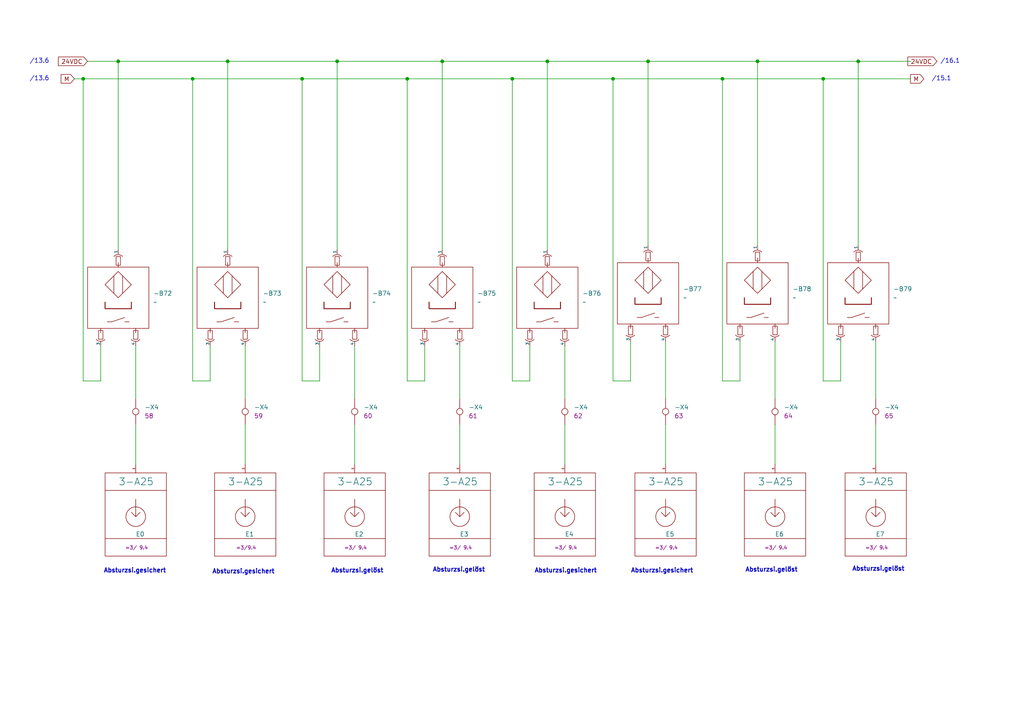
<source format=kicad_sch>
(kicad_sch (version 20250114) (generator "eeschema") (generator_version "9.0")
  (paper "A4")
  (title_block (comment 4 "3"))
  (lib_symbols
    (symbol "Verbinder_Standart_einfach_(X)_1" (pin_numbers (hide yes)) (pin_names (offset 0))
      (property "Reference" "-X" (at -4.572 2.794 0))
      (property "Nummer" "x" (at 3.048 3.048 0))
      (symbol "Verbinder_Standart_einfach_(X)_1_0_1"
        (polyline (pts (xy 0 1.27) (xy 0 1.016)))
        (circle (center 0 0) (radius 0.9158))
        (polyline (pts (xy 0 -1.27) (xy 0 -1.016)))
      )
      (symbol "Verbinder_Standart_einfach_(X)_1_1_1"
        (pin passive line (at 0 3.81 270) (length 2.54) (name "") (number ""))
        (pin passive line (at 0 -3.81 90) (length 2.54) (name "") (number ""))
      )
    )
    (symbol "Verbinder_Standart_einfach_(X)_2" (pin_numbers (hide yes)) (pin_names (offset 0))
      (property "Reference" "-X" (at -4.572 2.794 0))
      (property "Nummer" "x" (at 3.048 3.048 0))
      (symbol "Verbinder_Standart_einfach_(X)_2_0_1"
        (polyline (pts (xy 0 1.27) (xy 0 1.016)))
        (circle (center 0 0) (radius 0.9158))
        (polyline (pts (xy 0 -1.27) (xy 0 -1.016)))
      )
      (symbol "Verbinder_Standart_einfach_(X)_2_1_1"
        (pin passive line (at 0 3.81 270) (length 2.54) (name "") (number ""))
        (pin passive line (at 0 -3.81 90) (length 2.54) (name "") (number ""))
      )
    )
    (symbol "Verbinder_Standart_einfach_(X)_3" (pin_numbers (hide yes)) (pin_names (offset 0))
      (property "Reference" "-X" (at -4.572 2.794 0))
      (property "Nummer" "x" (at 3.048 3.048 0))
      (symbol "Verbinder_Standart_einfach_(X)_3_0_1"
        (polyline (pts (xy 0 1.27) (xy 0 1.016)))
        (circle (center 0 0) (radius 0.9158))
        (polyline (pts (xy 0 -1.27) (xy 0 -1.016)))
      )
      (symbol "Verbinder_Standart_einfach_(X)_3_1_1"
        (pin passive line (at 0 3.81 270) (length 2.54) (name "") (number ""))
        (pin passive line (at 0 -3.81 90) (length 2.54) (name "") (number ""))
      )
    )
    (symbol "Verbinder_Standart_einfach_(X)_4" (pin_numbers (hide yes)) (pin_names (offset 0))
      (property "Reference" "-X" (at -4.572 2.794 0))
      (property "Nummer" "x" (at 3.048 3.048 0))
      (symbol "Verbinder_Standart_einfach_(X)_4_0_1"
        (polyline (pts (xy 0 1.27) (xy 0 1.016)))
        (circle (center 0 0) (radius 0.9158))
        (polyline (pts (xy 0 -1.27) (xy 0 -1.016)))
      )
      (symbol "Verbinder_Standart_einfach_(X)_4_1_1"
        (pin passive line (at 0 3.81 270) (length 2.54) (name "") (number ""))
        (pin passive line (at 0 -3.81 90) (length 2.54) (name "") (number ""))
      )
    )
    (symbol "Verbinder_Standart_einfach_(X)_5" (pin_numbers (hide yes)) (pin_names (offset 0))
      (property "Reference" "-X" (at -4.572 2.794 0))
      (property "Nummer" "x" (at 3.048 3.048 0))
      (symbol "Verbinder_Standart_einfach_(X)_5_0_1"
        (polyline (pts (xy 0 1.27) (xy 0 1.016)))
        (circle (center 0 0) (radius 0.9158))
        (polyline (pts (xy 0 -1.27) (xy 0 -1.016)))
      )
      (symbol "Verbinder_Standart_einfach_(X)_5_1_1"
        (pin passive line (at 0 3.81 270) (length 2.54) (name "") (number ""))
        (pin passive line (at 0 -3.81 90) (length 2.54) (name "") (number ""))
      )
    )
    (symbol "Verbinder_Standart_einfach_(X)_6" (pin_numbers (hide yes)) (pin_names (offset 0))
      (property "Reference" "-X" (at -4.572 2.794 0))
      (property "Nummer" "x" (at 3.048 3.048 0))
      (symbol "Verbinder_Standart_einfach_(X)_6_0_1"
        (polyline (pts (xy 0 1.27) (xy 0 1.016)))
        (circle (center 0 0) (radius 0.9158))
        (polyline (pts (xy 0 -1.27) (xy 0 -1.016)))
      )
      (symbol "Verbinder_Standart_einfach_(X)_6_1_1"
        (pin passive line (at 0 3.81 270) (length 2.54) (name "") (number ""))
        (pin passive line (at 0 -3.81 90) (length 2.54) (name "") (number ""))
      )
    )
    (symbol "Verbinder_Standart_einfach_(X)_7" (pin_numbers (hide yes)) (pin_names (offset 0))
      (property "Reference" "-X" (at -4.572 2.794 0))
      (property "Nummer" "x" (at 3.048 3.048 0))
      (symbol "Verbinder_Standart_einfach_(X)_7_0_1"
        (polyline (pts (xy 0 1.27) (xy 0 1.016)))
        (circle (center 0 0) (radius 0.9158))
        (polyline (pts (xy 0 -1.27) (xy 0 -1.016)))
      )
      (symbol "Verbinder_Standart_einfach_(X)_7_1_1"
        (pin passive line (at 0 3.81 270) (length 2.54) (name "") (number ""))
        (pin passive line (at 0 -3.81 90) (length 2.54) (name "") (number ""))
      )
    )
    (symbol "standart:PLC_IN_(E)" (on_board no)
      (property "Reference" "-E" (at -6.35 10.16 0))
      (property "Target" "=Gruppe/ Seite.Pfad" (at 0.254 -8.382 0))
      (symbol "PLC_IN_(E)_0_1"
        (rectangle (start -8.89 12.7) (end 8.89 -11.43))
        (polyline (pts (xy -8.89 7.62) (xy 8.89 7.62)))
        (polyline (pts (xy -8.89 -6.35) (xy 8.89 -6.35)))
        (polyline (pts (xy 0 5.08) (xy 0 0) (xy 1.27 1.27) (xy 0 0) (xy -1.27 1.27)))
        (circle (center 0 0) (radius 2.8398))
      )
      (symbol "PLC_IN_(E)_1_1"
        (pin input line (at 0 15.24 270) (length 2.54) (name "") (number "1"))
      )
    )
    (symbol "standart:Sensor_PNP_Fe_(B)_NO" (pin_numbers (hide yes)) (pin_names (offset 0))
      (property "Reference" "-B" (at -13.462 11.176 0))
      (symbol "Sensor_PNP_Fe_(B)_NO_0_1"
        (rectangle (start -8.89 8.89) (end 8.89 -8.89))
        (polyline (pts (xy -5.08 -8.89) (xy -5.08 -10.16)))
        (polyline (pts (xy -3.81 3.81) (xy 0 7.62) (xy 3.81 3.81) (xy 0 0) (xy -3.81 3.81)))
        (polyline (pts (xy -1.905 -6.985) (xy -3.175 -6.985)))
        (polyline (pts (xy -1.905 -6.985) (xy 1.905 -5.715)))
        (polyline (pts (xy -1.27 6.35) (xy -1.27 1.27)))
        (rectangle (start 0 10.16) (end 0 10.16))
        (rectangle (start 0 10.16) (end 0 10.16))
        (polyline (pts (xy 0 8.89) (xy 0 10.16)))
        (polyline (pts (xy 1.27 6.35) (xy 1.27 1.27)))
        (polyline (pts (xy 3.175 -6.985) (xy 1.905 -6.985)))
        (polyline (pts (xy 5.08 -8.89) (xy 5.08 -10.16)))
      )
      (symbol "Sensor_PNP_Fe_(B)_NO_1_1"
        (rectangle (start -5.7031 -9.4835) (end -4.4331 -12.0235) (fill (type color)))
        (bezier (pts (xy -3.8638 -12.0969) (xy -5.1338 -13.3669) (xy -6.4038 -12.0969) (xy -6.4038 -12.0969)))
        (polyline (pts (xy -3.81 -1.27) (xy -3.81 -3.175) (xy 3.81 -3.175) (xy 3.81 -1.27)) (stroke (width 0.254)))
        (bezier (pts (xy -1.2707 11.9806) (xy -0.0007 13.2506) (xy 1.2693 11.9806) (xy 1.2693 11.9806)))
        (rectangle (start -0.629 11.9632) (end 0.641 9.4232) (fill (type color)))
        (rectangle (start 4.4492 -9.4835) (end 5.7192 -12.0235) (fill (type color)))
        (bezier (pts (xy 6.2858 -12.1072) (xy 5.0158 -13.3772) (xy 3.7458 -12.1072) (xy 3.7458 -12.1072)))
        (pin passive line (at -5.08 -13.97 90) (length 1.27) (name "3") (number "3"))
        (pin passive line (at 0 13.97 270) (length 1.27) (name "1") (number "1"))
        (pin passive line (at 5.08 -13.97 90) (length 1.27) (name "4") (number "4"))
      )
    )
    (symbol "standart:Verbinder_Standart_einfach_(X)" (pin_numbers (hide yes)) (pin_names (offset 0))
      (property "Reference" "-X" (at -4.572 2.794 0))
      (property "Nummer" "x" (at 3.048 3.048 0))
      (symbol "Verbinder_Standart_einfach_(X)_0_1"
        (polyline (pts (xy 0 1.27) (xy 0 1.016)))
        (circle (center 0 0) (radius 0.9158))
        (polyline (pts (xy 0 -1.27) (xy 0 -1.016)))
      )
      (symbol "Verbinder_Standart_einfach_(X)_1_1"
        (pin passive line (at 0 3.81 270) (length 2.54) (name "") (number ""))
        (pin passive line (at 0 -3.81 90) (length 2.54) (name "") (number ""))
      )
    )
  )
  (text "Absturzsi.gesichert" (at 70.612 165.862 0) (effects (font (size 1.27 1.27) (thickness 0.254) (bold yes))))
  (text "Absturzsi.gelöst" (at 223.774 165.354 0) (effects (font (size 1.27 1.27) (thickness 0.254) (bold yes))))
  (text "/16.1" (at 275.59 17.78 0) (effects (font (size 1.27 1.27))))
  (text "Absturzsi.gesichert" (at 192.024 165.608 0) (effects (font (size 1.27 1.27) (thickness 0.254) (bold yes))))
  (text "/13.6" (at 11.43 22.86 0) (effects (font (size 1.27 1.27))))
  (text "Absturzsi.gesichert" (at 164.084 165.608 0) (effects (font (size 1.27 1.27) (thickness 0.254) (bold yes))))
  (text "Absturzsi.gelöst" (at 103.632 165.608 0) (effects (font (size 1.27 1.27) (thickness 0.254) (bold yes))))
  (text "Absturzsi.gelöst" (at 254.762 165.1 0) (effects (font (size 1.27 1.27) (thickness 0.254) (bold yes))))
  (text "/15.1" (at 273.05 22.86 0) (effects (font (size 1.27 1.27))))
  (text "/13.6" (at 11.43 17.78 0) (effects (font (size 1.27 1.27))))
  (text "Absturzsi.gesichert" (at 39.116 165.608 0) (effects (font (size 1.27 1.27) (thickness 0.254) (bold yes))))
  (text "Absturzsi.gelöst" (at 133.096 165.354 0) (effects (font (size 1.27 1.27) (thickness 0.254) (bold yes))))
  (junction (at 238.76 22.86))
  (junction (at 118.11 22.86))
  (junction (at 209.55 22.86))
  (junction (at 66.04 17.78))
  (junction (at 158.75 17.78))
  (junction (at 248.92 17.78))
  (junction (at 87.63 22.86))
  (junction (at 34.29 17.78))
  (junction (at 97.79 17.78))
  (junction (at 148.59 22.86))
  (junction (at 219.71 17.78))
  (junction (at 24.13 22.86))
  (junction (at 177.8 22.86))
  (junction (at 55.88 22.86))
  (junction (at 187.96 17.78))
  (junction (at 128.27 17.78))
  (wire (pts (xy 24.13 22.86) (xy 24.13 110.49)))
  (wire (pts (xy 60.96 100.33) (xy 60.96 110.49)))
  (wire (pts (xy 182.88 99.06) (xy 182.88 110.49)))
  (wire (pts (xy 187.96 17.78) (xy 219.71 17.78)))
  (wire (pts (xy 254 123.19) (xy 254 134.62)))
  (wire (pts (xy 66.04 17.78) (xy 97.79 17.78)))
  (wire (pts (xy 55.88 110.49) (xy 60.96 110.49)))
  (wire (pts (xy 214.63 99.06) (xy 214.63 110.49)))
  (wire (pts (xy 118.11 22.86) (xy 148.59 22.86)))
  (wire (pts (xy 55.88 22.86) (xy 55.88 110.49)))
  (wire (pts (xy 55.88 22.86) (xy 87.63 22.86)))
  (wire (pts (xy 24.13 22.86) (xy 55.88 22.86)))
  (wire (pts (xy 148.59 22.86) (xy 148.59 110.49)))
  (wire (pts (xy 153.67 100.33) (xy 153.67 110.49)))
  (wire (pts (xy 39.37 100.33) (xy 39.37 115.57)))
  (wire (pts (xy 102.87 123.19) (xy 102.87 134.62)))
  (wire (pts (xy 248.92 17.78) (xy 264.16 17.78)))
  (wire (pts (xy 24.13 110.49) (xy 29.21 110.49)))
  (wire (pts (xy 238.76 22.86) (xy 238.76 110.49)))
  (wire (pts (xy 133.35 100.33) (xy 133.35 115.57)))
  (wire (pts (xy 87.63 22.86) (xy 87.63 110.49)))
  (wire (pts (xy 29.21 100.33) (xy 29.21 110.49)))
  (wire (pts (xy 148.59 110.49) (xy 153.67 110.49)))
  (wire (pts (xy 34.29 17.78) (xy 34.29 72.39)))
  (wire (pts (xy 209.55 22.86) (xy 238.76 22.86)))
  (wire (pts (xy 39.37 123.19) (xy 39.37 134.62)))
  (wire (pts (xy 71.12 123.19) (xy 71.12 134.62)))
  (wire (pts (xy 25.4 17.78) (xy 34.29 17.78)))
  (wire (pts (xy 92.71 100.33) (xy 92.71 110.49)))
  (wire (pts (xy 177.8 22.86) (xy 209.55 22.86)))
  (wire (pts (xy 163.83 123.19) (xy 163.83 134.62)))
  (wire (pts (xy 177.8 110.49) (xy 182.88 110.49)))
  (wire (pts (xy 21.59 22.86) (xy 24.13 22.86)))
  (wire (pts (xy 133.35 123.19) (xy 133.35 134.62)))
  (wire (pts (xy 66.04 17.78) (xy 66.04 72.39)))
  (wire (pts (xy 187.96 17.78) (xy 187.96 71.12)))
  (wire (pts (xy 163.83 100.33) (xy 163.83 115.57)))
  (wire (pts (xy 209.55 110.49) (xy 214.63 110.49)))
  (wire (pts (xy 123.19 100.33) (xy 123.19 110.49)))
  (wire (pts (xy 87.63 22.86) (xy 118.11 22.86)))
  (wire (pts (xy 71.12 100.33) (xy 71.12 115.57)))
  (wire (pts (xy 243.84 99.06) (xy 243.84 110.49)))
  (wire (pts (xy 102.87 100.33) (xy 102.87 115.57)))
  (wire (pts (xy 209.55 22.86) (xy 209.55 110.49)))
  (wire (pts (xy 128.27 17.78) (xy 158.75 17.78)))
  (wire (pts (xy 238.76 22.86) (xy 264.16 22.86)))
  (wire (pts (xy 148.59 22.86) (xy 177.8 22.86)))
  (wire (pts (xy 224.79 123.19) (xy 224.79 134.62)))
  (wire (pts (xy 34.29 17.78) (xy 66.04 17.78)))
  (wire (pts (xy 193.04 99.06) (xy 193.04 115.57)))
  (wire (pts (xy 87.63 110.49) (xy 92.71 110.49)))
  (wire (pts (xy 248.92 17.78) (xy 248.92 71.12)))
  (wire (pts (xy 118.11 110.49) (xy 123.19 110.49)))
  (wire (pts (xy 219.71 17.78) (xy 248.92 17.78)))
  (wire (pts (xy 158.75 17.78) (xy 158.75 72.39)))
  (wire (pts (xy 238.76 110.49) (xy 243.84 110.49)))
  (wire (pts (xy 118.11 22.86) (xy 118.11 110.49)))
  (wire (pts (xy 97.79 17.78) (xy 97.79 72.39)))
  (wire (pts (xy 128.27 17.78) (xy 128.27 72.39)))
  (wire (pts (xy 193.04 123.19) (xy 193.04 134.62)))
  (wire (pts (xy 97.79 17.78) (xy 128.27 17.78)))
  (wire (pts (xy 254 99.06) (xy 254 115.57)))
  (wire (pts (xy 224.79 99.06) (xy 224.79 115.57)))
  (wire (pts (xy 177.8 22.86) (xy 177.8 110.49)))
  (wire (pts (xy 219.71 17.78) (xy 219.71 71.12)))
  (wire (pts (xy 158.75 17.78) (xy 187.96 17.78)))
  (global_label "24VDC" (shape input) (at 25.4 17.78 180) (property "Intersheetrefs" "${INTERSHEET_REFS}" (effects (hide yes))))
  (global_label "24VDC" (shape input) (at 271.78 17.78 180) (property "Intersheetrefs" "${INTERSHEET_REFS}" (effects (hide yes))))
  (global_label "M" (shape input) (at 21.59 22.86 180) (property "Intersheetrefs" "${INTERSHEET_REFS}" (effects (hide yes))))
  (global_label "M" (shape input) (at 267.97 22.86 180) (property "Intersheetrefs" "${INTERSHEET_REFS}" (effects (hide yes))))
  (symbol (lib_id "standart:PLC_IN_(E)") (at 133.35 149.86 0) (unit 1) (on_board no)
    (property "Reference" "3-A25" (at 128.27 139.7 0) (effects (font (size 2.032 2.032)) (justify left)))
    (property "Value" "E3" (at 133.35 154.94 0) (effects (justify left)))
    (property "Target" "=3/ 9.4" (at 133.604 158.242 0) (effects (font (size 1.016 1.016)) (justify top)))
  )
  (symbol (lib_id "standart:Sensor_PNP_Fe_(B)_NO") (at 187.96 85.09 0) (unit 1)
    (property "Reference" "-B77" (at 198.12 83.8199 0) (effects (justify left)))
    (property "Value" "~" (at 198.12 86.3599 0) (effects (justify left)))
  )
  (symbol (lib_name "Verbinder_Standart_einfach_(X)_7") (lib_id "standart:Verbinder_Standart_einfach_(X)") (at 254 119.38 0) (unit 1)
    (property "Reference" "-X4" (at 256.54 118.1099 0) (effects (justify left)))
    (property "Nummer" "65" (at 256.54 120.6499 0) (effects (justify left)))
  )
  (symbol (lib_id "standart:Sensor_PNP_Fe_(B)_NO") (at 66.04 86.36 0) (unit 1)
    (property "Reference" "-B73" (at 76.2 85.0899 0) (effects (justify left)))
    (property "Value" "~" (at 76.2 87.6299 0) (effects (justify left)))
  )
  (symbol (lib_id "standart:Sensor_PNP_Fe_(B)_NO") (at 128.27 86.36 0) (unit 1)
    (property "Reference" "-B75" (at 138.43 85.0899 0) (effects (justify left)))
    (property "Value" "~" (at 138.43 87.6299 0) (effects (justify left)))
  )
  (symbol (lib_name "Verbinder_Standart_einfach_(X)_2") (lib_id "standart:Verbinder_Standart_einfach_(X)") (at 102.87 119.38 0) (unit 1)
    (property "Reference" "-X4" (at 105.41 118.1099 0) (effects (justify left)))
    (property "Nummer" "60" (at 105.41 120.6499 0) (effects (justify left)))
  )
  (symbol (lib_name "Verbinder_Standart_einfach_(X)_1") (lib_id "standart:Verbinder_Standart_einfach_(X)") (at 71.12 119.38 0) (unit 1)
    (property "Reference" "-X4" (at 73.66 118.1099 0) (effects (justify left)))
    (property "Nummer" "59" (at 73.66 120.6499 0) (effects (justify left)))
  )
  (symbol (lib_id "standart:PLC_IN_(E)") (at 39.37 149.86 0) (unit 1) (on_board no)
    (property "Reference" "3-A25" (at 34.29 139.7 0) (effects (font (size 2.032 2.032)) (justify left)))
    (property "Value" "E0" (at 39.37 154.94 0) (effects (justify left)))
    (property "Target" "=3/ 9.4" (at 39.624 158.242 0) (effects (font (size 1.016 1.016)) (justify top)))
  )
  (symbol (lib_id "standart:Sensor_PNP_Fe_(B)_NO") (at 97.79 86.36 0) (unit 1)
    (property "Reference" "-B74" (at 107.95 85.0899 0) (effects (justify left)))
    (property "Value" "~" (at 107.95 87.6299 0) (effects (justify left)))
  )
  (symbol (lib_name "Verbinder_Standart_einfach_(X)_4") (lib_id "standart:Verbinder_Standart_einfach_(X)") (at 163.83 119.38 0) (unit 1)
    (property "Reference" "-X4" (at 166.37 118.1099 0) (effects (justify left)))
    (property "Nummer" "62" (at 166.37 120.6499 0) (effects (justify left)))
  )
  (symbol (lib_id "standart:PLC_IN_(E)") (at 193.04 149.86 0) (unit 1) (on_board no)
    (property "Reference" "3-A25" (at 187.96 139.7 0) (effects (font (size 2.032 2.032)) (justify left)))
    (property "Value" "E5" (at 193.04 154.94 0) (effects (justify left)))
    (property "Target" "=3/ 9.4" (at 193.294 158.242 0) (effects (font (size 1.016 1.016)) (justify top)))
  )
  (symbol (lib_id "standart:PLC_IN_(E)") (at 163.83 149.86 0) (unit 1) (on_board no)
    (property "Reference" "3-A25" (at 158.75 139.7 0) (effects (font (size 2.032 2.032)) (justify left)))
    (property "Value" "E4" (at 163.83 154.94 0) (effects (justify left)))
    (property "Target" "=3/ 9.4" (at 164.084 158.242 0) (effects (font (size 1.016 1.016)) (justify top)))
  )
  (symbol (lib_id "standart:Sensor_PNP_Fe_(B)_NO") (at 158.75 86.36 0) (unit 1)
    (property "Reference" "-B76" (at 168.91 85.0899 0) (effects (justify left)))
    (property "Value" "~" (at 168.91 87.6299 0) (effects (justify left)))
  )
  (symbol (lib_id "standart:Sensor_PNP_Fe_(B)_NO") (at 219.71 85.09 0) (unit 1)
    (property "Reference" "-B78" (at 229.87 83.8199 0) (effects (justify left)))
    (property "Value" "~" (at 229.87 86.3599 0) (effects (justify left)))
  )
  (symbol (lib_name "Verbinder_Standart_einfach_(X)_6") (lib_id "standart:Verbinder_Standart_einfach_(X)") (at 224.79 119.38 0) (unit 1)
    (property "Reference" "-X4" (at 227.33 118.1099 0) (effects (justify left)))
    (property "Nummer" "64" (at 227.33 120.6499 0) (effects (justify left)))
  )
  (symbol (lib_id "standart:PLC_IN_(E)") (at 254 149.86 0) (unit 1) (on_board no)
    (property "Reference" "3-A25" (at 248.92 139.7 0) (effects (font (size 2.032 2.032)) (justify left)))
    (property "Value" "E7" (at 254 154.94 0) (effects (justify left)))
    (property "Target" "=3/ 9.4" (at 254.254 158.242 0) (effects (font (size 1.016 1.016)) (justify top)))
  )
  (symbol (lib_id "standart:PLC_IN_(E)") (at 71.12 149.86 0) (unit 1) (on_board no)
    (property "Reference" "3-A25" (at 66.04 139.7 0) (effects (font (size 2.032 2.032)) (justify left)))
    (property "Value" "E1" (at 71.12 154.94 0) (effects (justify left)))
    (property "Target" "=3/9.4" (at 71.374 158.242 0) (effects (font (size 1.016 1.016)) (justify top)))
  )
  (symbol (lib_id "standart:PLC_IN_(E)") (at 224.79 149.86 0) (unit 1) (on_board no)
    (property "Reference" "3-A25" (at 219.71 139.7 0) (effects (font (size 2.032 2.032)) (justify left)))
    (property "Value" "E6" (at 224.79 154.94 0) (effects (justify left)))
    (property "Target" "=3/ 9.4" (at 225.044 158.242 0) (effects (font (size 1.016 1.016)) (justify top)))
  )
  (symbol (lib_id "standart:Verbinder_Standart_einfach_(X)") (at 39.37 119.38 0) (unit 1)
    (property "Reference" "-X4" (at 41.91 118.1099 0) (effects (justify left)))
    (property "Nummer" "58" (at 41.91 120.6499 0) (effects (justify left)))
  )
  (symbol (lib_id "standart:Sensor_PNP_Fe_(B)_NO") (at 248.92 85.09 0) (unit 1)
    (property "Reference" "-B79" (at 259.08 83.8199 0) (effects (justify left)))
    (property "Value" "~" (at 259.08 86.3599 0) (effects (justify left)))
  )
  (symbol (lib_name "Verbinder_Standart_einfach_(X)_3") (lib_id "standart:Verbinder_Standart_einfach_(X)") (at 133.35 119.38 0) (unit 1)
    (property "Reference" "-X4" (at 135.89 118.1099 0) (effects (justify left)))
    (property "Nummer" "61" (at 135.89 120.6499 0) (effects (justify left)))
  )
  (symbol (lib_id "standart:Sensor_PNP_Fe_(B)_NO") (at 34.29 86.36 0) (unit 1)
    (property "Reference" "-B72" (at 44.45 85.0899 0) (effects (justify left)))
    (property "Value" "~" (at 44.45 87.6299 0) (effects (justify left)))
  )
  (symbol (lib_name "Verbinder_Standart_einfach_(X)_5") (lib_id "standart:Verbinder_Standart_einfach_(X)") (at 193.04 119.38 0) (unit 1)
    (property "Reference" "-X4" (at 195.58 118.1099 0) (effects (justify left)))
    (property "Nummer" "63" (at 195.58 120.6499 0) (effects (justify left)))
  )
  (symbol (lib_id "standart:PLC_IN_(E)") (at 102.87 149.86 0) (unit 1) (on_board no)
    (property "Reference" "3-A25" (at 97.79 139.7 0) (effects (font (size 2.032 2.032)) (justify left)))
    (property "Value" "E2" (at 102.87 154.94 0) (effects (justify left)))
    (property "Target" "=3/ 9.4" (at 103.124 158.242 0) (effects (font (size 1.016 1.016)) (justify top)))
  )
)
</source>
